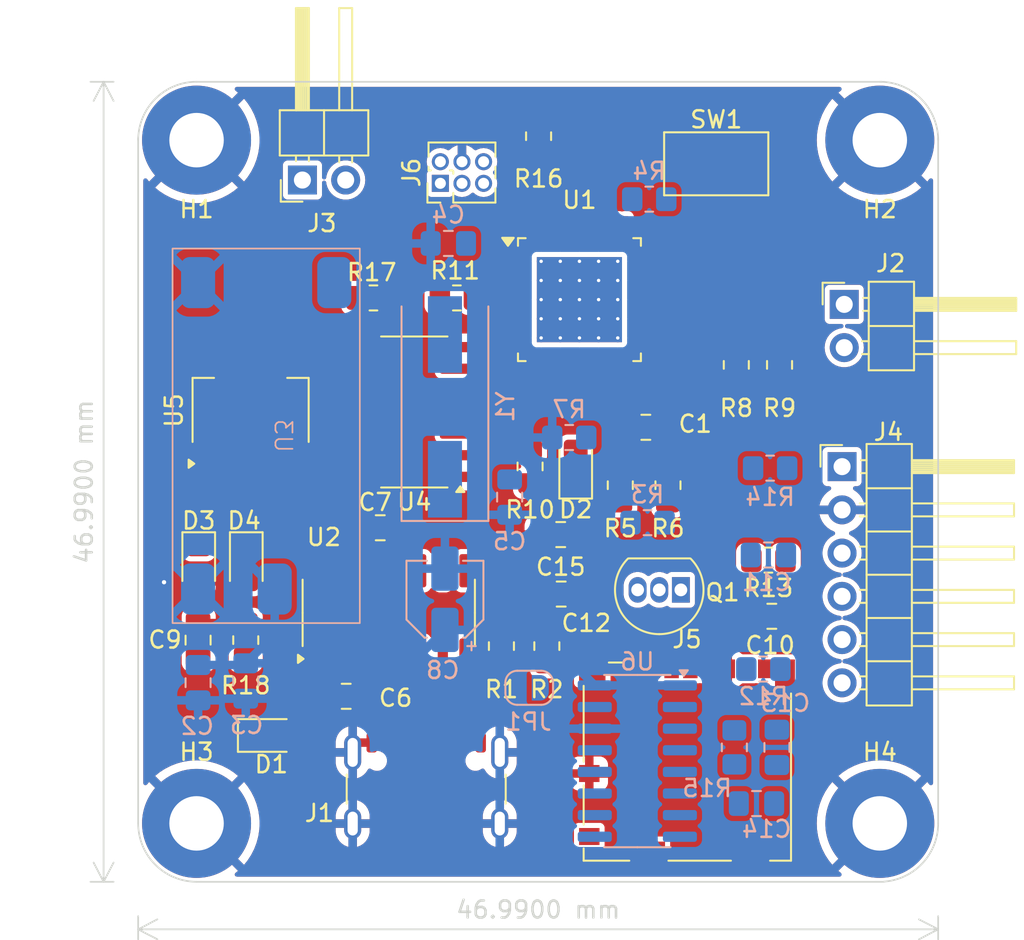
<source format=kicad_pcb>
(kicad_pcb (version 20240108) (generator "pcbnew") (generator_version "8.0")
  (title_block (title "Loadcell_PCB") (date "2024-04-18") (rev "1.4") (company "NCKU_ISP") (comment 1 "https://hackmd.io/@ispncku/BywRPedI6"))
  (layers (0 "F.Cu" signal) (31 "B.Cu" signal) (34 "B.Paste" user) (35 "F.Paste" user) (36 "B.SilkS" user "B.Silkscreen") (37 "F.SilkS" user "F.Silkscreen") (38 "B.Mask" user) (39 "F.Mask" user) (44 "Edge.Cuts" user))
  (net 0 "")
  (net 1 "Net-(U1-AREF)")
  (net 2 "GND")
  (net 3 "+5V")
  (net 4 "Net-(U1-XTAL1{slash}PB6)")
  (net 5 "Net-(U1-XTAL2{slash}PB7)")
  (net 6 "Net-(U2-V3)")
  (net 7 "Net-(U2-~{DTR})")
  (net 8 "Net-(U6-INB+)")
  (net 9 "Net-(J4-Pin_5)")
  (net 10 "Net-(J4-Pin_3)")
  (net 11 "Net-(U6-INA+)")
  (net 12 "Net-(J4-Pin_1)")
  (net 13 "Net-(U6-AGND)")
  (net 14 "/SD_VCC")
  (net 15 "Net-(U6-VBG)")
  (net 16 "Net-(D3-K)")
  (net 17 "Net-(D2-A)")
  (net 18 "Net-(D4-K)")
  (net 19 "Net-(J4-Pin_4)")
  (net 20 "Net-(J1-CC1)")
  (net 21 "/D+")
  (net 23 "Net-(J1-CC2)")
  (net 25 "Net-(J4-Pin_6)")
  (net 28 "/CS_LLS")
  (net 29 "/DI_LLS")
  (net 30 "/SCK_LLS")
  (net 31 "/DO_LLS")
  (net 32 "Net-(U6-VFB)")
  (net 33 "Net-(Q1-B)")
  (net 34 "Net-(U1-PC2)")
  (net 35 "/TX")
  (net 36 "Net-(U1-PC3)")
  (net 37 "/RX")
  (net 38 "/SD_SCK")
  (net 39 "Net-(U4A-D)")
  (net 40 "/MOSI")
  (net 41 "Net-(U4C-D)")
  (net 42 "/CS{slash}SS")
  (net 43 "Net-(U4B-D)")
  (net 44 "Net-(U4D-D)")
  (net 47 "/SCK")
  (net 48 "/DT")
  (net 53 "/MISO")
  (net 56 "/12V")
  (net 69 "/VUSB")
  (net 70 "/D-")
  (net 71 "/RESET")
  (net 72 "Net-(JP1-B)")
  (net 73 "/TX2")
  (net 74 "/RX2")
  (net 75 "/PT_OUT")
  (net 76 "/5V")
  (footprint "MountingHole:MountingHole_3.2mm_M3_Pad" (layer "F.Cu") (at 80.3105 47.633)
    (property "Reference" "H1")
    (property "Value" "MountingHole_Pad")
  )
  (footprint "Package_TO_SOT_SMD:SOT-223-3_TabPin2" (layer "F.Cu") (at 83.4855 63.508 90)
    (property "Reference" "U5")
    (property "Value" "LD1117S33TR_SOT223")
  )
  (footprint "Package_TO_SOT_THT:TO-92_Inline" (layer "F.Cu") (at 108.7585 74.049 180)
    (property "Reference" "Q1")
    (property "Value" "S8550")
  )
  (footprint "Package_QFP:TQFP-48-1EP_7x7mm_P0.5mm_EP5x5mm_ThermalVias" (layer "F.Cu") (at 102.8 57)
    (property "Reference" "U1")
    (property "Value" "ATmega328P-M")
  )
  (footprint "Resistor_SMD:R_0805_2012Metric_Pad1.20x1.40mm_HandSolder" (layer "F.Cu") (at 108 67.9 -90)
    (property "Reference" "R6")
    (property "Value" "1K")
  )
  (footprint "Capacitor_SMD:C_0805_2012Metric_Pad1.18x1.45mm_HandSolder" (layer "F.Cu") (at 101.727 74.295)
    (property "Reference" "C12")
    (property "Value" "1uF")
  )
  (footprint "Connector_PinHeader_2.54mm:PinHeader_1x06_P2.54mm_Horizontal" (layer "F.Cu") (at 118.2265 66.81)
    (property "Reference" "J4")
    (property "Value" "Load cell side")
  )
  (footprint "Resistor_SMD:R_0805_2012Metric_Pad1.20x1.40mm_HandSolder" (layer "F.Cu") (at 90.7 56.9 180)
    (property "Reference" "R17")
    (property "Value" "3K3")
  )
  (footprint "Resistor_SMD:R_0805_2012Metric_Pad1.20x1.40mm_HandSolder" (layer "F.Cu") (at 95.6 56.9 180)
    (property "Reference" "R11")
    (property "Value" "3K3")
  )
  (footprint "Capacitor_SMD:C_0805_2012Metric_Pad1.18x1.45mm_HandSolder" (layer "F.Cu") (at 114.1 75.6)
    (property "Reference" "C10")
    (property "Value" "100nF")
  )
  (footprint "Button_Switch_SMD:SW_SPST_CK_RS282G05A3" (layer "F.Cu") (at 110.834 49.022)
    (property "Reference" "SW1")
    (property "Value" "RESET")
  )
  (footprint "Package_SO:SOIC-14_3.9x8.7mm_P1.27mm" (layer "F.Cu") (at 93.1 63.6 180)
    (property "Reference" "U4")
    (property "Value" "74125")
  )
  (footprint "Connector_PinHeader_1.27mm:PinHeader_2x03_P1.27mm_Vertical" (layer "F.Cu") (at 94.63 50.17 90)
    (property "Reference" "J6")
    (property "Value" "ISP")
  )
  (footprint "Capacitor_SMD:C_0805_2012Metric_Pad1.18x1.45mm_HandSolder" (layer "F.Cu") (at 91.1 70.4)
    (property "Reference" "C7")
    (property "Value" "100nF")
  )
  (footprint "LED_SMD:LED_0805_2012Metric_Pad1.15x1.40mm_HandSolder" (layer "F.Cu") (at 80.4375 72.525 -90)
    (property "Reference" "D3")
    (property "Value" "TX GREEN")
  )
  (footprint "MountingHole:MountingHole_3.2mm_M3_Pad" (layer "F.Cu") (at 120.4425 47.633)
    (property "Reference" "H2")
    (property "Value" "MountingHole_Pad")
  )
  (footprint "Resistor_SMD:R_0805_2012Metric_Pad1.20x1.40mm_HandSolder" (layer "F.Cu") (at 100.8845 77.351 90)
    (property "Reference" "R2")
    (property "Value" "5K1")
  )
  (footprint "Resistor_SMD:R_0805_2012Metric_Pad1.20x1.40mm_HandSolder" (layer "F.Cu") (at 112.014 60.833 90)
    (property "Reference" "R8")
    (property "Value" "1k")
  )
  (footprint "Capacitor_SMD:C_0805_2012Metric_Pad1.18x1.45mm_HandSolder" (layer "F.Cu") (at 101.7 70.8 180)
    (property "Reference" "C15")
    (property "Value" "100nF")
  )
  (footprint "MountingHole:MountingHole_3.2mm_M3_Pad" (layer "F.Cu") (at 80.3105 87.765)
    (property "Reference" "H3")
    (property "Value" "MountingHole_Pad")
  )
  (footprint "LED_SMD:LED_0805_2012Metric_Pad1.15x1.40mm_HandSolder" (layer "F.Cu") (at 84.6 82.6)
    (property "Reference" "D1")
    (property "Value" "D_Schottky")
  )
  (footprint "Resistor_SMD:R_0805_2012Metric_Pad1.20x1.40mm_HandSolder" (layer "F.Cu") (at 100.4 47.4 -90)
    (property "Reference" "R16")
    (property "Value" "3K3")
  )
  (footprint "Resistor_SMD:R_0805_2012Metric_Pad1.20x1.40mm_HandSolder" (layer "F.Cu") (at 105.2 67.9 90)
    (property "Reference" "R5")
    (property "Value" "1K")
  )
  (footprint "MountingHole:MountingHole_3.2mm_M3_Pad" (layer "F.Cu") (at 120.4425 87.765)
    (property "Reference" "H4")
    (property "Value" "MountingHole_Pad")
  )
  (footprint "Capacitor_SMD:C_0805_2012Metric_Pad1.18x1.45mm_HandSolder" (layer "F.Cu") (at 80.4 77 -90)
    (property "Reference" "C9")
    (property "Value" "100nF")
  )
  (footprint "Capacitor_SMD:C_0805_2012Metric_Pad1.18x1.45mm_HandSolder" (layer "F.Cu") (at 89.1 80.3)
    (property "Reference" "C6")
    (property "Value" "100nF")
  )
  (footprint "Connector_PinHeader_2.54mm:PinHeader_1x02_P2.54mm_Horizontal" (layer "F.Cu") (at 118.3535 57.28)
    (property "Reference" "J2")
    (property "Value" "PT")
  )
  (footprint "Resistor_SMD:R_0805_2012Metric_Pad1.20x1.40mm_HandSolder" (layer "F.Cu") (at 113.9 72.3 180)
    (property "Reference" "R13")
    (property "Value" "1K")
  )
  (footprint "Resistor_SMD:R_0805_2012Metric_Pad1.20x1.40mm_HandSolder" (layer "F.Cu") (at 99.9 66.798 -90)
    (property "Reference" "R10")
    (property "Value" "3K3")
  )
  (footprint "Connector_USB:USB_C_Receptacle_GCT_USB4105-xx-A_16P_TopMnt_Horizontal" (layer "F.Cu") (at 93.8 86.7)
    (property "Reference" "J1")
    (property "Value" "USB_C_Receptacle_USB2.0")
  )
  (footprint "Connector_Card:microSD_HC_Molex_104031-0811" (layer "F.Cu") (at 109.118 84.136)
    (property "Reference" "J5")
    (property "Value" "Micro_SD_Card")
  )
  (footprint "Capacitor_SMD:C_0805_2012Metric_Pad1.18x1.45mm_HandSolder" (layer "F.Cu") (at 106.7 64.5)
    (property "Reference" "C1")
    (property "Value" "100nF")
  )
  (footprint "LED_SMD:LED_0805_2012Metric_Pad1.15x1.40mm_HandSolder" (layer "F.Cu") (at 83.2315 72.525 -90)
    (property "Reference" "D4")
    (property "Value" "RX RED")
  )
  (footprint "Resistor_SMD:R_0805_2012Metric_Pad1.20x1.40mm_HandSolder" (layer "F.Cu") (at 83.2 77 -90)
    (property "Reference" "R18")
    (property "Value" "1k")
  )
  (footprint "Resistor_SMD:R_0805_2012Metric_Pad1.20x1.40mm_HandSolder" (layer "F.Cu") (at 114.554 60.833 90)
    (property "Reference" "R9")
    (property "Value" "1k")
  )
  (footprint "Package_SO:SOIC-16_3.9x9.9mm_P1.27mm" (layer "F.Cu") (at 91.6 75.4 90)
    (property "Reference" "U2")
    (property "Value" "CH340C")
  )
  (footprint "Resistor_SMD:R_0805_2012Metric_Pad1.20x1.40mm_HandSolder" (layer "F.Cu") (at 98.2175 77.351 90)
    (property "Reference" "R1")
    (property "Value" "5K1")
  )
  (footprint "LED_SMD:LED_0805_2012Metric_Pad1.15x1.40mm_HandSolder" (layer "F.Cu") (at 102.58 66.8255 90)
    (property "Reference" "D2")
    (property "Value" "YELLOW")
  )
  (footprint "Connector_PinHeader_2.54mm:PinHeader_1x02_P2.54mm_Horizontal" (layer "F.Cu") (at 86.5285 49.976 90)
    (property "Reference" "J3")
    (property "Value" "GPS")
  )
  (footprint "Custom_footprints:DC2DC" (layer "B.Cu") (at 84.9 65 90)
    (property "Reference" "U3")
    (property "Value" "~")
  )
  (footprint "Resistor_SMD:R_0805_2012Metric_Pad1.20x1.40mm_HandSolder" (layer "B.Cu") (at 102.2 65.1 180)
    (property "Reference" "R7")
    (property "Value" "250")
  )
  (footprint "Capacitor_SMD:C_0805_2012Metric_Pad1.18x1.45mm_HandSolder" (layer "B.Cu") (at 113.9 72 180)
    (property "Reference" "C11")
    (property "Value" "100nF")
  )
  (footprint "Crystal:Crystal_SMD_HC49-SD" (layer "B.Cu") (at 94.9 63.3 90)
    (property "Reference" "Y1")
    (property "Value" "16MHz")
  )
  (footprint "Capacitor_SMD:C_0805_2012Metric_Pad1.18x1.45mm_HandSolder" (layer "B.Cu") (at 95.1 53.7 180)
    (property "Reference" "C4")
    (property "Value" "20pF")
  )
  (footprint "Resistor_SMD:R_0805_2012Metric_Pad1.20x1.40mm_HandSolder" (layer "B.Cu") (at 113.6 78.7)
    (property "Reference" "R12")
    (property "Value" "1K")
  )
  (footprint "Capacitor_SMD:C_0805_2012Metric_Pad1.18x1.45mm_HandSolder" (layer "B.Cu") (at 83.2 79.4 90)
    (property "Reference" "C3")
    (property "Value" "100nF")
  )
  (footprint "Package_SO:SOP-16_3.9x9.9mm_P1.27mm" (layer "B.Cu") (at 106.2 84.105 180)
    (property "Reference" "U6")
    (property "Value" "HX711" (hide yes))
  )
  (footprint "Capacitor_SMD:C_0805_2012Metric_Pad1.18x1.45mm_HandSolder" (layer "B.Cu") (at 98.7 68.6 -90)
    (property "Reference" "C5")
    (property "Value" "20pF")
  )
  (footprint "Capacitor_SMD:C_0805_2012Metric_Pad1.18x1.45mm_HandSolder" (layer "B.Cu") (at 114.4 83.3 90)
    (property "Reference" "C13")
    (property "Value" "1uF")
  )
  (footprint "Capacitor_SMD:C_0805_2012Metric_Pad1.18x1.45mm_HandSolder" (layer "B.Cu") (at 80.4 79.5 90)
    (property "Reference" "C2")
    (property "Value" "1uF")
  )
  (footprint "Resistor_SMD:R_0805_2012Metric_Pad1.20x1.40mm_HandSolder" (layer "B.Cu") (at 106.9 51.1 180)
    (property "Reference" "R4")
    (property "Value" "330")
  )
  (footprint "Resistor_SMD:R_0805_2012Metric_Pad1.20x1.40mm_HandSolder" (layer "B.Cu") (at 106.8 70.1 180)
    (property "Reference" "R3")
    (property "Value" "330")
  )
  (footprint "Jumper:SolderJumper-2_P1.3mm_Open_RoundedPad1.0x1.5mm" (layer "B.Cu") (at 99.85 79.8)
    (property "Reference" "JP1")
    (property "Value" "pull up" (hide yes))
  )
  (footprint "Resistor_SMD:R_0805_2012Metric_Pad1.20x1.40mm_HandSolder" (layer "B.Cu") (at 114 66.9 180)
    (property "Reference" "R14")
    (property "Value" "20K")
  )
  (footprint "Resistor_SMD:R_0805_2012Metric_Pad1.20x1.40mm_HandSolder" (layer "B.Cu") (at 111.9 83.3 90)
    (property "Reference" "R15")
    (property "Value" "8K2" (hide yes))
  )
  (footprint "Capacitor_SMD:C_0805_2012Metric_Pad1.18x1.45mm_HandSolder" (layer "B.Cu") (at 113.2 86.6 180)
    (property "Reference" "C14")
    (property "Value" "1uF")
  )
  (footprint "Capacitor_SMD:CP_Elec_4x3" (layer "B.Cu") (at 94.9 74.6 90)
    (property "Reference" "C8")
    (property "Value" "4.7uF_16V")
  )
  (gr_arc (start 76.8815 47.633) (mid 77.885831 45.208331) (end 80.3105 44.204) (stroke (width 0.1)) (layer "Edge.Cuts"))
  (gr_line (start 76.8815 47.506) (end 76.8815 87.765) (stroke (width 0.1)) (layer "Edge.Cuts"))
  (gr_arc (start 123.8715 87.765) (mid 122.955131 90.098394) (end 120.695806 91.184631) (stroke (width 0.1)) (layer "Edge.Cuts"))
  (gr_line (start 123.8715 47.506) (end 123.8715 87.765) (stroke (width 0.1)) (layer "Edge.Cuts"))
  (gr_line (start 80.3105 91.194) (end 120.6965 91.194) (stroke (width 0.1)) (layer "Edge.Cuts"))
  (gr_arc (start 80.3105 91.194) (mid 77.885831 90.189669) (end 76.8815 87.765) (stroke (width 0.1)) (layer "Edge.Cuts"))
  (gr_line (start 80.3105 44.204) (end 120.5695 44.204) (stroke (width 0.1)) (layer "Edge.Cuts"))
  (gr_arc (start 120.4425 44.204) (mid 122.867169 45.208331) (end 123.8715 47.633) (stroke (width 0.1)) (layer "Edge.Cuts"))
  (dimension (type aligned) (layer "Edge.Cuts") (pts (xy 76.8815 92.718) (xy 123.8715 92.718)) (height 1.27) (gr_text "46.9900 mm" (at 100.3765 92.838 0) (layer "Edge.Cuts") (effects (font (size 1 1) (thickness 0.15)))) (format (prefix "") (suffix "") (units 3) (units_format 1) (precision 4)) (style (thickness 0.1) (arrow_length 1.27) (text_position_mode 0) (extension_height 0.58642) (extension_offset 0.5) keep_text_aligned))
  (dimension (type aligned) (layer "Edge.Cuts") (pts (xy 73.5795 44.204) (xy 73.5795 91.194)) (height -1.27) (gr_text "46.9900 mm" (at 73.6995 67.699 90) (layer "Edge.Cuts") (effects (font (size 1 1) (thickness 0.15)))) (format (prefix "") (suffix "") (units 3) (units_format 1) (precision 4)) (style (thickness 0.1) (arrow_length 1.27) (text_position_mode 0) (extension_height 0.58642) (extension_offset 0.5) keep_text_aligned))
  (segment (start 83.2 73.5815) (end 83.2315 73.55) (width 0.5) (layer "F.Cu") (net 3))
  (segment (start 84.6 76) (end 83.2 76) (width 0.5) (layer "F.Cu") (net 3))
  (segment (start 85.7855 66.658) (end 85.7855 71.5145) (width 0.5) (layer "F.Cu") (net 3))
  (segment (start 85.7855 66.658) (end 86.1 66.3435) (width 0.5) (layer "F.Cu") (net 3))
  (segment (start 83.575 81.525) (end 85.2 79.9) (width 0.5) (layer "F.Cu") (net 3))
  (segment (start 98.6375 56.75) (end 99.40741 56.75) (width 0.2) (layer "F.Cu") (net 3))
  (segment (start 80.4375 73.55) (end 78.45 73.55) (width 0.5) (layer "F.Cu") (net 3))
  (segment (start 97.14688 55.1) (end 87.8 55.1) (width 0.3) (layer "F.Cu") (net 3))
  (segment (start 80.4375 73.55) (end 83.2315 73.55) (width 0.5) (layer "F.Cu") (net 3))
  (segment (start 98.6375 55.75) (end 97.79688 55.75) (width 0.3) (layer "F.Cu") (net 3))
  (segment (start 99.40741 55.75) (end 98.6375 55.75) (width 0.2) (layer "F.Cu") (net 3))
  (segment (start 86.1 56.8) (end 87.7 55.2) (width 0.5) (layer "F.Cu") (net 3))
  (segment (start 80.4375 76) (end 80.4 75.9625) (width 0.5) (layer "F.Cu") (net 3))
  (segment (start 80.4 75.9625) (end 80.4 73.5875) (width 0.5) (layer "F.Cu") (net 3))
  (segment (start 86.53 73.55) (end 87.155 72.925) (width 0.5) (layer "F.Cu") (net 3))
  (segment (start 83.2315 73.55) (end 85 73.55) (width 0.5) (layer "F.Cu") (net 3))
  (segment (start 99.40741 56.75) (end 99.675 56.48241) (width 0.2) (layer "F.Cu") (net 3))
  (segment (start 85.7855 71.5145) (end 85 72.3) (width 0.5) (layer "F.Cu") (net 3))
  (segment (start 78.45 73.55) (end 78.4 73.6) (width 0.5) (layer "F.Cu") (net 3))
  (segment (start 85.2 79.9) (end 85.2 76.6) (width 0.5) (layer "F.Cu") (net 3))
  (segment (start 80.4 73.5875) (end 80.4375 73.55) (width 0.5) (layer "F.Cu") (net 3))
  (segment (start 97.79688 55.75) (end 97.14688 55.1) (width 0.3) (layer "F.Cu") (net 3))
  (segment (start 99.675 56.01759) (end 99.40741 55.75) (width 0.2) (layer "F.Cu") (net 3))
  (segment (start 83.2 76) (end 83.2 73.5815) (width 0.5) (layer "F.Cu") (net 3))
  (segment (start 87.8 55.1) (end 87.7 55.2) (width 0.3) (layer "F.Cu") (net 3))
  (segment (start 83.2 76) (end 80.4375 76) (width 0.5) (layer "F.Cu") (net 3))
  (segment (start 85 72.3) (end 85 73.55) (width 0.5) (layer "F.Cu") (net 3))
  (segment (start 85.2 76.6) (end 84.6 76) (width 0.5) (layer "F.Cu") (net 3))
  (segment (start 85 73.55) (end 86.53 73.55) (width 0.5) (layer "F.Cu") (net 3))
  (segment (start 99.675 56.48241) (end 99.675 56.01759) (width 0.2) (layer "F.Cu") (net 3))
  (segment (start 83.575 82.6) (end 83.575 81.525) (width 0.5) (layer "F.Cu") (net 3))
  (segment (start 86.1 66.3435) (end 86.1 56.8) (width 0.5) (layer "F.Cu") (net 3))
  (via (at 78.4 73.6) (size 0.65) (drill 0.25) (layers "F.Cu" "B.Cu") (net 3))
  (segment (start 78.4 73.149226) (end 80.149226 71.4) (width 0.5) (layer "B.Cu") (net 3))
  (segment (start 94.9 76.4) (end 100.44 76.4) (width 0.5) (layer "B.Cu") (net 3))
  (segment (start 103.7 79.66) (end 108.7 79.66) (width 0.5) (layer "B.Cu") (net 3))
  (segment (start 100.44 76.4) (end 103.7 79.66) (width 0.5) (layer "B.Cu") (net 3))
  (segment (start 78.4 73.6) (end 78.4 73.149226) (width 0.5) (layer "B.Cu") (net 3))
  (segment (start 83.2 78.3625) (end 92.9375 78.3625) (width 0.5) (layer "B.Cu") (net 3))
  (segment (start 92.9375 78.3625) (end 94.9 76.4) (width 0.5) (layer "B.Cu") (net 3))
  (segment (start 84.9 74) (end 84.9 76.6625) (width 0.5) (layer "B.Cu") (net 3))
  (segment (start 80.149226 71.4) (end 82.3 71.4) (width 0.5) (layer "B.Cu") (net 3))
  (segment (start 82.3 71.4) (end 84.9 74) (width 0.5) (layer "B.Cu") (net 3))
  (segment (start 84.9 76.6625) (end 83.2 78.3625) (width 0.5) (layer "B.Cu") (net 3))
  (segment (start 80.4 78.4625) (end 83.1 78.4625) (width 0.5) (layer "B.Cu") (net 3))
  (segment (start 83.1 78.4625) (end 83.2 78.3625) (width 0.5) (layer "B.Cu") (net 3))
  (segment (start 88.7 81.8) (end 90.807684 81.8) (width 0.5) (layer "F.Cu") (net 69))
  (segment (start 87.9 82.6) (end 88.7 81.8) (width 0.5) (layer "F.Cu") (net 69))
  (segment (start 85.625 82.6) (end 87.9 82.6) (width 0.5) (layer "F.Cu") (net 69))
  (segment (start 91.4 82.392316) (end 91.4 83.02) (width 0.5) (layer "F.Cu") (net 69))
  (segment (start 90.807684 81.8) (end 91.4 82.392316) (width 0.5) (layer "F.Cu") (net 69))
  (segment (start 95.494999 84.3) (end 96.2 83.594999) (width 0.2) (layer "F.Cu") (net 69))
  (segment (start 96.2 83.594999) (end 96.2 83.02) (width 0.2) (layer "F.Cu") (net 69))
  (segment (start 91.4 83.02) (end 91.4 82.5) (width 0.2) (layer "F.Cu") (net 69))
  (segment (start 92.105001 84.3) (end 95.494999 84.3) (width 0.2) (layer "F.Cu") (net 69))
  (segment (start 91.4 83.594999) (end 92.105001 84.3) (width 0.2) (layer "F.Cu") (net 69))
  (segment (start 91.4 83.02) (end 91.4 83.594999) (width 0.2) (layer "F.Cu") (net 69))
  (zone (net 2) (net_name "GND") (layers "F&B.Cu") (connect_pads (clearance 0.3)) (min_thickness 0.25) (fill yes (thermal_gap 0.5) (thermal_bridge_width 0.5))
    (polygon (pts (xy 76.8815 44.204) (xy 76.8815 91.194) (xy 123.8715 91.194) (xy 123.8715 44.204)))
  )
)
</source>
